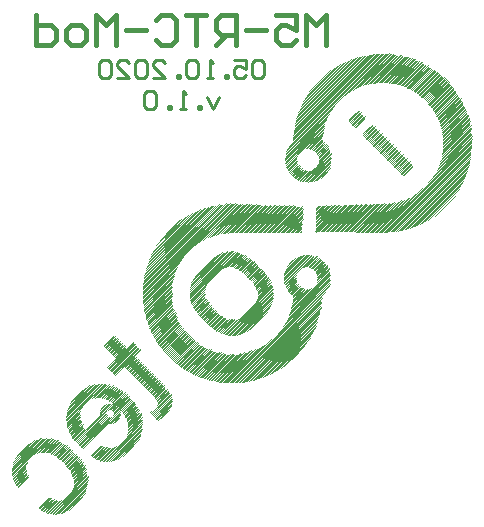
<source format=gbo>
G04*
G04 #@! TF.GenerationSoftware,Altium Limited,Altium Designer,19.1.9 (167)*
G04*
G04 Layer_Color=32896*
%FSLAX44Y44*%
%MOMM*%
G71*
G01*
G75*
%ADD10C,0.2540*%
%ADD60C,0.0762*%
%ADD61C,0.3810*%
D10*
X278894Y403857D02*
X273816Y393700D01*
X268737Y403857D01*
X263659Y393700D02*
Y396239D01*
X261120D01*
Y393700D01*
X263659D01*
X250963D02*
X245885D01*
X248424D01*
Y408935D01*
X250963Y406396D01*
X238267Y393700D02*
Y396239D01*
X235728D01*
Y393700D01*
X238267D01*
X225571Y406396D02*
X223032Y408935D01*
X217954D01*
X215415Y406396D01*
Y396239D01*
X217954Y393700D01*
X223032D01*
X225571Y396239D01*
Y406396D01*
X316982Y433066D02*
X314443Y435605D01*
X309364D01*
X306825Y433066D01*
Y422909D01*
X309364Y420370D01*
X314443D01*
X316982Y422909D01*
Y433066D01*
X291590Y435605D02*
X301747D01*
Y427988D01*
X296668Y430527D01*
X294129D01*
X291590Y427988D01*
Y422909D01*
X294129Y420370D01*
X299207D01*
X301747Y422909D01*
X286511Y420370D02*
Y422909D01*
X283972D01*
Y420370D01*
X286511D01*
X273816D02*
X268737D01*
X271276D01*
Y435605D01*
X273816Y433066D01*
X261120D02*
X258581Y435605D01*
X253502D01*
X250963Y433066D01*
Y422909D01*
X253502Y420370D01*
X258581D01*
X261120Y422909D01*
Y433066D01*
X245885Y420370D02*
Y422909D01*
X243346D01*
Y420370D01*
X245885D01*
X223032D02*
X233189D01*
X223032Y430527D01*
Y433066D01*
X225571Y435605D01*
X230650D01*
X233189Y433066D01*
X217954D02*
X215415Y435605D01*
X210336D01*
X207797Y433066D01*
Y422909D01*
X210336Y420370D01*
X215415D01*
X217954Y422909D01*
Y433066D01*
X192562Y420370D02*
X202719D01*
X192562Y430527D01*
Y433066D01*
X195101Y435605D01*
X200180D01*
X202719Y433066D01*
X187484D02*
X184944Y435605D01*
X179866D01*
X177327Y433066D01*
Y422909D01*
X179866Y420370D01*
X184944D01*
X187484Y422909D01*
Y433066D01*
D60*
X185607Y174516D02*
X207160Y196069D01*
X219552Y265576D02*
X263196Y309220D01*
X261041Y220854D02*
X270740Y230553D01*
X300913Y289823D02*
X324082Y312992D01*
X214703Y232708D02*
X245415Y263421D01*
X334859Y352864D02*
X372576Y390581D01*
X392512Y410517D02*
X423224Y441230D01*
X289060Y162662D02*
X372576Y246178D01*
X416220Y289823D02*
X493270Y366873D01*
X468485Y371184D02*
X488960Y391659D01*
X185068Y175055D02*
X206621Y196607D01*
X184529Y175594D02*
X206082Y197146D01*
X190995Y169128D02*
X212548Y190681D01*
X190456Y169667D02*
X212009Y191219D01*
X189918Y170205D02*
X211470Y191758D01*
X189379Y170744D02*
X210931Y192297D01*
X188840Y171283D02*
X210392Y192836D01*
X188301Y171822D02*
X209854Y193375D01*
X187762Y172361D02*
X209315Y193913D01*
X187223Y172900D02*
X208776Y194452D01*
X186685Y173438D02*
X208237Y194991D01*
X186146Y173977D02*
X207698Y195530D01*
X226557Y131411D02*
X239489Y144342D01*
X226018Y131950D02*
X239489Y145420D01*
X225479Y132488D02*
X239489Y146498D01*
X224940Y133027D02*
X239489Y147575D01*
X224402Y133566D02*
X239489Y148653D01*
X223863Y134105D02*
X239489Y149731D01*
X223324Y134644D02*
X239489Y150808D01*
X222785Y135183D02*
X238950Y151347D01*
X222246Y135721D02*
X238950Y152425D01*
X221708Y136260D02*
X238411Y152963D01*
X221169Y136799D02*
X237333Y152963D01*
X220091Y267192D02*
X261580Y308681D01*
X221169Y269347D02*
X259425Y307603D01*
X221708Y270964D02*
X257269Y306526D01*
X223324Y273658D02*
X255114Y305448D01*
X214703Y233786D02*
X247571Y266653D01*
X335398Y354480D02*
X374731Y393814D01*
X389279Y408362D02*
X422147Y441230D01*
X214703Y234863D02*
X249187Y269347D01*
X335398Y355558D02*
X376886Y397047D01*
X386046Y406207D02*
X421069Y441230D01*
X214703Y235941D02*
X292831Y314069D01*
X335398Y356636D02*
X419992Y441230D01*
X214703Y237019D02*
X291754Y314069D01*
X335936Y358252D02*
X418914Y441230D01*
X214703Y238096D02*
X290676Y314069D01*
X336475Y359869D02*
X417836Y441230D01*
X214703Y239174D02*
X289598Y314069D01*
X338092Y362563D02*
X416759Y441230D01*
X214703Y240252D02*
X288521Y314069D01*
X341863Y367412D02*
X415681Y441230D01*
X214703Y241329D02*
X287443Y314069D01*
X341863Y368490D02*
X414604Y441230D01*
X214703Y242407D02*
X286365Y314069D01*
X341863Y369567D02*
X413526Y441230D01*
X214703Y243484D02*
X285288Y314069D01*
X341863Y370645D02*
X412448Y441230D01*
X214703Y244562D02*
X283671Y313530D01*
X341863Y371722D02*
X411371Y441230D01*
X214703Y245640D02*
X282594Y313530D01*
X342402Y373339D02*
X410293Y441230D01*
X214703Y246717D02*
X281516Y313530D01*
X342402Y374417D02*
X408676Y440691D01*
X215242Y248334D02*
X280438Y313530D01*
X342402Y375494D02*
X407599Y440691D01*
X215242Y249411D02*
X279361Y313530D01*
X342402Y376572D02*
X406521Y440691D01*
X215781Y251028D02*
X277744Y312992D01*
X342941Y378188D02*
X404905Y440152D01*
X215781Y252106D02*
X276667Y312992D01*
X342941Y379266D02*
X403827Y440152D01*
X215781Y253183D02*
X275050Y312453D01*
X343480Y380882D02*
X402211Y439613D01*
X216319Y254799D02*
X273973Y312453D01*
X343480Y381960D02*
X401133Y439613D01*
X216858Y256416D02*
X272356Y311914D01*
X216858Y257494D02*
X270740Y311375D01*
X217397Y259110D02*
X269662Y311375D01*
X217936Y260727D02*
X268046Y310836D01*
X218475Y262343D02*
X266429Y310298D01*
X219014Y263959D02*
X264813Y309759D01*
X299836Y289823D02*
X323005Y312992D01*
X298758Y289823D02*
X321927Y312992D01*
X425380Y416444D02*
X445316Y436380D01*
X297680Y289823D02*
X320850Y312992D01*
X424302Y416444D02*
X444238Y436380D01*
X296603Y289823D02*
X319772Y312992D01*
X423224Y416444D02*
X443699Y436919D01*
X295525Y289823D02*
X318694Y312992D01*
X422686Y416983D02*
X442622Y436919D01*
X294448Y289823D02*
X317617Y312992D01*
X421608Y416983D02*
X442083Y437458D01*
X293370Y289823D02*
X316539Y312992D01*
X420530Y416983D02*
X441544Y437997D01*
X292292Y289823D02*
X315461Y312992D01*
X419453Y416983D02*
X440467Y437997D01*
X291215Y289823D02*
X314923Y313530D01*
X418375Y416983D02*
X439389Y437997D01*
X290137Y289823D02*
X313845Y313530D01*
X417298Y416983D02*
X438850Y438536D01*
X289060Y289823D02*
X312767Y313530D01*
X416220Y416983D02*
X437772Y438536D01*
X287982Y289823D02*
X311690Y313530D01*
X415142Y416983D02*
X437234Y439074D01*
X286365Y289284D02*
X310612Y313530D01*
X414065Y416983D02*
X436156Y439074D01*
X285827Y289823D02*
X309534Y313530D01*
X412987Y416983D02*
X435079Y439074D01*
X284210Y289284D02*
X308457Y313530D01*
X411371Y416444D02*
X434540Y439613D01*
X283132Y289284D02*
X307379Y313530D01*
X410293Y416444D02*
X433462Y439613D01*
X282055Y289284D02*
X306302Y313530D01*
X353717Y360946D02*
X366649Y373878D01*
X409215Y416444D02*
X432384Y439613D01*
X280438Y288745D02*
X305224Y313530D01*
X352640Y360946D02*
X366649Y374955D01*
X407599Y415905D02*
X431846Y440152D01*
X279361Y288745D02*
X304146Y313530D01*
X350484Y359869D02*
X367188Y376572D01*
X406521Y415905D02*
X430768Y440152D01*
X277744Y288206D02*
X303069Y313530D01*
X335936Y346398D02*
X367727Y378188D01*
X404905Y415367D02*
X429690Y440152D01*
X276128Y287667D02*
X301991Y313530D01*
X335398Y346937D02*
X367727Y379266D01*
X403288Y414828D02*
X429151Y440691D01*
X274512Y287129D02*
X300913Y313530D01*
X335398Y348015D02*
X368265Y380882D01*
X402211Y414828D02*
X428074Y440691D01*
X215242Y228936D02*
X241644Y255338D01*
X272895Y286590D02*
X299836Y313530D01*
X334859Y348553D02*
X368804Y382499D01*
X400594Y414289D02*
X426996Y440691D01*
X214703Y229475D02*
X242721Y257494D01*
X271279Y286051D02*
X298758Y313530D01*
X335398Y350170D02*
X369882Y384654D01*
X398439Y413211D02*
X425919Y440691D01*
X214703Y230553D02*
X243260Y259110D01*
X269662Y285512D02*
X297680Y313530D01*
X334859Y350709D02*
X370421Y386270D01*
X396823Y412673D02*
X425380Y441230D01*
X214703Y231630D02*
X244338Y261265D01*
X334859Y351786D02*
X371498Y388426D01*
X394667Y411595D02*
X424302Y441230D01*
X321388Y289823D02*
X344019Y312453D01*
X320311Y289823D02*
X342941Y312453D01*
X319233Y289823D02*
X341863Y312453D01*
X318155Y289823D02*
X340786Y312453D01*
X317078Y289823D02*
X339708Y312453D01*
X316000Y289823D02*
X338630Y312453D01*
X314923Y289823D02*
X337553Y312453D01*
X255653Y231630D02*
X268046Y244023D01*
X313845Y289823D02*
X336475Y312453D01*
X255114Y232169D02*
X268584Y245640D01*
X312767Y289823D02*
X335398Y312453D01*
X254575Y232708D02*
X294986Y273119D01*
X311690Y289823D02*
X334320Y312453D01*
X354256Y332389D02*
X374192Y352325D01*
X254575Y233786D02*
X293909Y273119D01*
X310612Y289823D02*
X333242Y312453D01*
X353717Y332928D02*
X374192Y353403D01*
X254575Y234863D02*
X293370Y273658D01*
X309534Y289823D02*
X332165Y312453D01*
X352640Y332928D02*
X374192Y354480D01*
X254037Y235402D02*
X291754Y273119D01*
X308457Y289823D02*
X331087Y312453D01*
X351562Y332928D02*
X374192Y355558D01*
X254037Y236480D02*
X291215Y273658D01*
X307379Y289823D02*
X330009Y312453D01*
X350484Y332928D02*
X373653Y356097D01*
X254037Y237557D02*
X290137Y273658D01*
X306302Y289823D02*
X328932Y312453D01*
X349407Y332928D02*
X373653Y357174D01*
X254037Y238635D02*
X289060Y273658D01*
X305224Y289823D02*
X327854Y312453D01*
X361800Y346398D02*
X373115Y357713D01*
X254037Y239713D02*
X287982Y273658D01*
X304146Y289823D02*
X326777Y312453D01*
X363416Y349092D02*
X373115Y358791D01*
X254575Y241329D02*
X286904Y273658D01*
X303069Y289823D02*
X325699Y312453D01*
X254037Y241868D02*
X285827Y273658D01*
X301991Y289823D02*
X325160Y312992D01*
X271817Y210078D02*
X281516Y219776D01*
X271279Y210617D02*
X280438Y219776D01*
X270740Y211155D02*
X279900Y220315D01*
X270201Y211694D02*
X279361Y220854D01*
X269662Y212233D02*
X278822Y221393D01*
X269123Y212772D02*
X278283Y221932D01*
X268584Y213311D02*
X277206Y221932D01*
X268046Y213850D02*
X276667Y222471D01*
X267507Y214388D02*
X276128Y223009D01*
X266968Y214927D02*
X275589Y223548D01*
X266429Y215466D02*
X275050Y224087D01*
X265890Y216005D02*
X274512Y224626D01*
X265352Y216544D02*
X273973Y225165D01*
X264813Y217083D02*
X273434Y225704D01*
X264274Y217621D02*
X273434Y226781D01*
X263735Y218160D02*
X272895Y227320D01*
X263196Y218699D02*
X272356Y227859D01*
X262658Y219238D02*
X271817Y228398D01*
X262119Y219776D02*
X271279Y228936D01*
X261580Y220315D02*
X270740Y229475D01*
X468485Y372261D02*
X488421Y392197D01*
X467946Y372800D02*
X487882Y392736D01*
X293909Y203073D02*
X324621Y233786D01*
X351023Y260188D02*
X360722Y269886D01*
X292831Y203073D02*
X324621Y234863D01*
X349946Y260188D02*
X359644Y269886D01*
X291754Y203073D02*
X324621Y235941D01*
X334859Y246178D02*
X359105Y270425D01*
X290676Y203073D02*
X325160Y237557D01*
X334320Y246717D02*
X358028Y270425D01*
X289598Y203073D02*
X324621Y238096D01*
X334320Y247795D02*
X357489Y270964D01*
X288521Y203073D02*
X324621Y239174D01*
X334320Y248873D02*
X356411Y270964D01*
X287443Y203073D02*
X324621Y240252D01*
X334320Y249950D02*
X355334Y270964D01*
X286365Y203073D02*
X324621Y241329D01*
X334320Y251028D02*
X354256Y270964D01*
X285827Y203612D02*
X324621Y242407D01*
X334320Y252106D02*
X353178Y270964D01*
X284749Y203612D02*
X324082Y242946D01*
X334320Y253183D02*
X352101Y270964D01*
X283671Y203612D02*
X324082Y244023D01*
X334320Y254261D02*
X351023Y270964D01*
X283132Y204151D02*
X296064Y217083D01*
X334320Y255338D02*
X349407Y270425D01*
X282055Y204151D02*
X294448Y216544D01*
X334859Y256955D02*
X348329Y270425D01*
X335398Y258571D02*
X346713Y269886D01*
X336475Y260727D02*
X344557Y268809D01*
X287982Y162662D02*
X373115Y247795D01*
X415142Y289823D02*
X493270Y367951D01*
X286904Y162662D02*
X324082Y199840D01*
X328932Y204690D02*
X373115Y248873D01*
X414065Y289823D02*
X451243Y327001D01*
X456092Y331850D02*
X493270Y369028D01*
X285827Y162662D02*
X318155Y194991D01*
X333242Y210078D02*
X373115Y249950D01*
X412987Y289823D02*
X445855Y322690D01*
X460403Y337238D02*
X493270Y370106D01*
X284749Y162662D02*
X316000Y193913D01*
X334859Y212772D02*
X373115Y251028D01*
X411909Y289823D02*
X443699Y321613D01*
X461480Y339394D02*
X493270Y371184D01*
X283671Y162662D02*
X313306Y192297D01*
X336475Y215466D02*
X373115Y252106D01*
X410832Y289823D02*
X440467Y319457D01*
X463636Y342626D02*
X492732Y371722D01*
X283132Y163201D02*
X311690Y191758D01*
X337014Y217083D02*
X373115Y253183D01*
X409754Y289823D02*
X438850Y318919D01*
X464174Y344243D02*
X492732Y372800D01*
X282055Y163201D02*
X309534Y190681D01*
X338092Y219238D02*
X373115Y254261D01*
X408676Y289823D02*
X436695Y317841D01*
X465252Y346398D02*
X492732Y373878D01*
X280977Y163201D02*
X307918Y190142D01*
X338630Y220854D02*
X373115Y255338D01*
X407599Y289823D02*
X435079Y317302D01*
X465791Y348015D02*
X492732Y374955D01*
X339169Y222471D02*
X373115Y256416D01*
X406521Y289823D02*
X433462Y316763D01*
X466330Y349631D02*
X492732Y376033D01*
X339708Y224087D02*
X372576Y256955D01*
X405444Y289823D02*
X431846Y316224D01*
X466869Y351247D02*
X492732Y377111D01*
X361800Y247256D02*
X372037Y257494D01*
X404366Y289823D02*
X430229Y315686D01*
X467407Y352864D02*
X492193Y377649D01*
X362338Y248873D02*
X372037Y258571D01*
X403288Y289823D02*
X429151Y315686D01*
X467407Y353942D02*
X492193Y378727D01*
X402211Y289823D02*
X427535Y315147D01*
X467946Y355558D02*
X491654Y379266D01*
X401133Y289823D02*
X426457Y315147D01*
X467946Y356636D02*
X492193Y380882D01*
X400055Y289823D02*
X424841Y314608D01*
X468485Y358252D02*
X491654Y381421D01*
X398978Y289823D02*
X423763Y314608D01*
X468485Y359330D02*
X491654Y382499D01*
X397900Y289823D02*
X422686Y314608D01*
X468485Y360407D02*
X491115Y383038D01*
X396823Y289823D02*
X421608Y314608D01*
X468485Y361485D02*
X491115Y384115D01*
X395745Y289823D02*
X420530Y314608D01*
X469024Y363101D02*
X491115Y385193D01*
X394667Y289823D02*
X418914Y314069D01*
X469024Y364179D02*
X490576Y385732D01*
X394128Y290361D02*
X417836Y314069D01*
X469024Y365257D02*
X490576Y386809D01*
X393051Y290361D02*
X416759Y314069D01*
X469024Y366334D02*
X490038Y387348D01*
X391973Y290361D02*
X415681Y314069D01*
X469024Y367412D02*
X490038Y388426D01*
X390896Y290361D02*
X414604Y314069D01*
X469024Y368490D02*
X489499Y388965D01*
X389818Y290361D02*
X413526Y314069D01*
X468485Y369028D02*
X489499Y390042D01*
X388740Y290361D02*
X412448Y314069D01*
X468485Y370106D02*
X488960Y390581D01*
X323544Y170205D02*
X358567Y205229D01*
X321927Y169667D02*
X359105Y206845D01*
X319772Y168589D02*
X360183Y209000D01*
X318155Y168050D02*
X360722Y210617D01*
X316000Y166973D02*
X361261Y212233D01*
X314923Y166973D02*
X361800Y213850D01*
X312767Y165895D02*
X362338Y215466D01*
X311690Y165895D02*
X362877Y217083D01*
X310073Y165356D02*
X363416Y218699D01*
X308457Y164817D02*
X363955Y220315D01*
X307379Y164817D02*
X363955Y221393D01*
X434001Y291439D02*
X491654Y349092D01*
X305763Y164279D02*
X364494Y223009D01*
X432923Y291439D02*
X491654Y350170D01*
X304146Y163740D02*
X364494Y224087D01*
X431846Y291439D02*
X491654Y351247D01*
X303069Y163740D02*
X365032Y225704D01*
X430229Y290900D02*
X492193Y352864D01*
X301991Y163740D02*
X365032Y226781D01*
X429151Y290900D02*
X492732Y354480D01*
X300375Y163201D02*
X365032Y227859D01*
X427535Y290361D02*
X492732Y355558D01*
X299297Y163201D02*
X365571Y229475D01*
X426457Y290361D02*
X492732Y356636D01*
X298219Y163201D02*
X365571Y230553D01*
X425380Y290361D02*
X492732Y357713D01*
X296603Y162662D02*
X365571Y231630D01*
X424302Y290361D02*
X492732Y358791D01*
X295525Y162662D02*
X365571Y232708D01*
X423224Y290361D02*
X492732Y359869D01*
X294448Y162662D02*
X366110Y234325D01*
X421608Y289823D02*
X493270Y361485D01*
X293370Y162662D02*
X366110Y235402D01*
X420530Y289823D02*
X493270Y362563D01*
X292292Y162662D02*
X369882Y240252D01*
X419453Y289823D02*
X493270Y363640D01*
X291215Y162662D02*
X371498Y242946D01*
X418375Y289823D02*
X493270Y364718D01*
X290137Y162662D02*
X372037Y244562D01*
X417298Y289823D02*
X493270Y365796D01*
X153817Y85611D02*
X163515Y95310D01*
X140885Y100698D02*
X150045Y109858D01*
X104785Y93694D02*
X125798Y114707D01*
X152200Y54899D02*
X164054Y66753D01*
X200694Y132488D02*
X209854Y141648D01*
X155433Y115246D02*
X164593Y124406D01*
X187223Y147037D02*
X196383Y156196D01*
X150584Y139493D02*
X172136Y161046D01*
X197461Y100160D02*
X209854Y112552D01*
X229790Y132488D02*
X237333Y140032D01*
X245415Y177210D02*
X263196Y194991D01*
X231406Y191219D02*
X248648Y208461D01*
X220091Y209000D02*
X240027Y228936D01*
X264274Y166973D02*
X284749Y187448D01*
X310612Y242407D02*
X320311Y252106D01*
X297680Y257494D02*
X306840Y266653D01*
X254575Y243484D02*
X284210Y273119D01*
X265352Y283357D02*
X295525Y313530D01*
X326238Y171822D02*
X356950Y202534D01*
X305224Y207923D02*
X320311Y223009D01*
X360722Y292517D02*
X380658Y312453D01*
X330009Y289823D02*
X349946Y309759D01*
X345635Y334544D02*
X353178Y342088D01*
X356950Y259649D02*
X365032Y267731D01*
X387663Y290361D02*
X411371Y314069D01*
X346713Y392736D02*
X390357Y436380D01*
X453398Y298982D02*
X484111Y329695D01*
X460942Y392736D02*
X478722Y410517D01*
X447471Y407284D02*
X465252Y425065D01*
X426996Y415905D02*
X446932Y435841D01*
X104785Y94771D02*
X124182Y114169D01*
X105323Y96388D02*
X122565Y113630D01*
X106401Y98543D02*
X119871Y112014D01*
X108018Y101237D02*
X117716Y110936D01*
X139808Y100698D02*
X149506Y110397D01*
X139269Y101237D02*
X148429Y110397D01*
X138730Y101776D02*
X147890Y110936D01*
X138191Y102315D02*
X147351Y111475D01*
X109095Y74296D02*
X117716Y82917D01*
X137114Y102315D02*
X146273Y111475D01*
X108556Y74835D02*
X117177Y83456D01*
X136575Y102854D02*
X145735Y112014D01*
X108018Y75374D02*
X117177Y84534D01*
X136036Y103392D02*
X145196Y112552D01*
X107479Y75913D02*
X116639Y85073D01*
X134958Y103392D02*
X144657Y113091D01*
X106940Y76452D02*
X116100Y85611D01*
X133881Y103392D02*
X143579Y113091D01*
X106401Y76990D02*
X115561Y86150D01*
X133342Y103931D02*
X143041Y113630D01*
X105862Y77529D02*
X115561Y87228D01*
X132264Y103931D02*
X141963Y113630D01*
X105862Y78607D02*
X115561Y88306D01*
X131187Y103931D02*
X141424Y114169D01*
X105323Y79146D02*
X115022Y88844D01*
X130109Y103931D02*
X140885Y114707D01*
X105323Y80223D02*
X115022Y89922D01*
X129031Y103931D02*
X139808Y114707D01*
X104785Y80762D02*
X115561Y91538D01*
X127954Y103931D02*
X138730Y114707D01*
X104246Y81301D02*
X115561Y92616D01*
X126337Y103392D02*
X138191Y115246D01*
X104785Y82917D02*
X116100Y94233D01*
X124721Y102854D02*
X137114Y115246D01*
X104246Y83456D02*
X117177Y96388D01*
X103707Y83995D02*
X134958Y115246D01*
X103707Y85073D02*
X133881Y115246D01*
X103707Y86150D02*
X132803Y115246D01*
X103707Y87228D02*
X131725Y115246D01*
X103707Y88306D02*
X130648Y115246D01*
X103707Y89383D02*
X129570Y115246D01*
X103707Y90461D02*
X128492Y115246D01*
X104246Y92077D02*
X127415Y115246D01*
X153817Y86689D02*
X162977Y95849D01*
X153278Y87228D02*
X162977Y96927D01*
X153278Y88306D02*
X162438Y97465D01*
X152739Y88844D02*
X161899Y98004D01*
X152200Y89383D02*
X161360Y98543D01*
X151662Y89922D02*
X160821Y99082D01*
X151123Y90461D02*
X160283Y99621D01*
X150584Y91000D02*
X159744Y100160D01*
X150045Y91538D02*
X159205Y100698D01*
X149506Y92077D02*
X158666Y101237D01*
X149506Y93155D02*
X158127Y101776D01*
X148968Y93694D02*
X157589Y102315D01*
X148429Y94233D02*
X157050Y102854D01*
X147890Y94771D02*
X156511Y103392D01*
X147351Y95310D02*
X155972Y103931D01*
X146812Y95849D02*
X155433Y104470D01*
X146273Y96388D02*
X154895Y105009D01*
X145735Y96927D02*
X154356Y105548D01*
X145196Y97465D02*
X153817Y106087D01*
X144118Y97465D02*
X153278Y106625D01*
X143579Y98004D02*
X152739Y107164D01*
X143041Y98543D02*
X152200Y107703D01*
X142502Y99082D02*
X151662Y108242D01*
X141963Y99621D02*
X151123Y108781D01*
X141424Y100160D02*
X150584Y109319D01*
Y54360D02*
X165132Y68908D01*
X147890Y52744D02*
X166210Y71063D01*
X146273Y52205D02*
X166210Y72141D01*
X145196Y52205D02*
X167287Y74296D01*
X143579Y51666D02*
X167287Y75374D01*
X142502Y51666D02*
X167826Y76990D01*
X140885Y51127D02*
X167287Y77529D01*
X139808Y51127D02*
X167826Y79146D01*
X138730Y51127D02*
X167826Y80223D01*
X138191Y51666D02*
X167826Y81301D01*
X137114Y51666D02*
X167826Y82379D01*
X136036Y51666D02*
X167826Y83456D01*
X135497Y52205D02*
X147351Y64059D01*
X134419Y52205D02*
X145735Y63520D01*
X155433Y73219D02*
X167287Y85073D01*
X133342Y52205D02*
X144118Y62981D01*
X155972Y74835D02*
X167287Y86150D01*
X132803Y52744D02*
X143041Y62981D01*
X155972Y75913D02*
X166748Y86689D01*
X132264Y53283D02*
X141963Y62981D01*
X155972Y76990D02*
X166748Y87767D01*
X131187Y53283D02*
X140885Y62981D01*
X156511Y78607D02*
X166748Y88844D01*
X130648Y53821D02*
X139808Y62981D01*
X155972Y79146D02*
X166210Y89383D01*
X129570Y53821D02*
X139269Y63520D01*
X155972Y80223D02*
X165671Y89922D01*
X129031Y54360D02*
X138191Y63520D01*
X155972Y81301D02*
X165671Y91000D01*
X128492Y54899D02*
X137652Y64059D01*
X155433Y81840D02*
X165671Y92077D01*
X127954Y55438D02*
X137114Y64598D01*
X155433Y82917D02*
X165132Y92616D01*
X127415Y55977D02*
X136575Y65136D01*
X154895Y83456D02*
X164593Y93155D01*
X126876Y56515D02*
X135497Y65136D01*
X154895Y84534D02*
X164054Y93694D01*
X126337Y57054D02*
X134958Y65675D01*
X154356Y85073D02*
X163515Y94233D01*
X151123Y141110D02*
X170520Y160507D01*
X151662Y142726D02*
X168904Y159968D01*
X152739Y144881D02*
X166748Y158890D01*
X153817Y147037D02*
X164054Y157274D01*
X154895Y115785D02*
X164054Y124945D01*
X186146Y147037D02*
X195306Y156196D01*
X154356Y116324D02*
X164054Y126023D01*
X185607Y147575D02*
X194767Y156735D01*
X154356Y117402D02*
X163515Y126561D01*
X185068Y148114D02*
X194228Y157274D01*
X153817Y117940D02*
X163515Y127639D01*
X184529Y148653D02*
X193689Y157813D01*
X153278Y118479D02*
X162977Y128178D01*
X183452Y148653D02*
X193150Y158352D01*
X153278Y119557D02*
X162438Y128717D01*
X182913Y149192D02*
X192073Y158352D01*
X152739Y120096D02*
X162438Y129794D01*
X181835Y149192D02*
X191534Y158890D01*
X152200Y120634D02*
X161899Y130333D01*
X181296Y149731D02*
X190456Y158890D01*
X151662Y121173D02*
X161899Y131411D01*
X180219Y149731D02*
X189918Y159429D01*
X151662Y122251D02*
X161360Y131950D01*
X179680Y150269D02*
X189379Y159968D01*
X151662Y123329D02*
X161360Y133027D01*
X178602Y150269D02*
X188840Y160507D01*
X151123Y123867D02*
X161360Y134105D01*
X177525Y150269D02*
X187762Y160507D01*
X150584Y124406D02*
X161360Y135183D01*
X176447Y150269D02*
X186685Y160507D01*
X150584Y125484D02*
X161360Y136260D01*
X175369Y150269D02*
X186146Y161046D01*
X150584Y126561D02*
X161360Y137338D01*
X173753Y149731D02*
X185607Y161584D01*
X150045Y127100D02*
X161899Y138954D01*
X173214Y150269D02*
X183990Y161046D01*
X150045Y128178D02*
X162438Y140571D01*
X171059Y149192D02*
X183452Y161584D01*
X150045Y129256D02*
X163515Y142726D01*
X168365Y147575D02*
X182374Y161584D01*
X150045Y130333D02*
X181296Y161584D01*
X149506Y130872D02*
X180758Y162123D01*
X149506Y131950D02*
X179680Y162123D01*
X149506Y133027D02*
X178602Y162123D01*
X149506Y134105D02*
X177525Y162123D01*
X150045Y135721D02*
X175908Y161584D01*
X150045Y136799D02*
X174831Y161584D01*
X150045Y137877D02*
X173214Y161046D01*
X200155Y133027D02*
X209315Y142187D01*
X199616Y133566D02*
X208776Y142726D01*
X199077Y134105D02*
X208776Y143804D01*
X199077Y135183D02*
X208237Y144342D01*
X198538Y135721D02*
X207698Y144881D01*
X198000Y136260D02*
X207160Y145420D01*
X198000Y137338D02*
X206621Y145959D01*
X197461Y137877D02*
X206621Y147037D01*
X196922Y138415D02*
X206082Y147575D01*
X196383Y138954D02*
X205543Y148114D01*
X163515Y107164D02*
X195306Y138954D01*
X195844Y139493D02*
X205004Y148653D01*
X162977Y107703D02*
X194767Y139493D01*
X195306Y140032D02*
X204466Y149192D01*
X162438Y108242D02*
X188301Y134105D01*
X189379Y135183D02*
X203927Y149731D01*
X161899Y108781D02*
X186685Y133566D01*
X189918Y136799D02*
X203388Y150269D01*
X161360Y109319D02*
X185607Y133566D01*
X189918Y137877D02*
X202849Y150808D01*
X160821Y109858D02*
X185068Y134105D01*
X189379Y138415D02*
X202310Y151347D01*
X160283Y110397D02*
X184529Y134644D01*
X188840Y138954D02*
X201771Y151886D01*
X159744Y110936D02*
X183990Y135183D01*
X192612Y143804D02*
X201233Y152425D01*
X159205Y111475D02*
X183452Y135721D01*
X187762Y140032D02*
X200694Y152963D01*
X158666Y112014D02*
X183452Y136799D01*
X186685Y140032D02*
X200155Y153502D01*
X158127Y112552D02*
X184529Y138954D01*
X185068Y139493D02*
X199616Y154041D01*
X157589Y113091D02*
X189379Y144881D01*
X189918Y145420D02*
X199077Y154580D01*
X157050Y113630D02*
X188840Y145420D01*
X189379Y145959D02*
X198000Y154580D01*
X156511Y114169D02*
X165671Y123329D01*
X188301Y145959D02*
X197461Y155119D01*
X155972Y114707D02*
X165132Y123867D01*
X187762Y146498D02*
X196922Y155658D01*
X195306Y99082D02*
X210931Y114707D01*
X227096Y130872D02*
X238411Y142187D01*
X193150Y98004D02*
X212009Y116863D01*
X191534Y97465D02*
X212548Y118479D01*
X189918Y96927D02*
X213086Y120096D01*
X188840Y96927D02*
X213086Y121173D01*
X187223Y96388D02*
X213625Y122790D01*
X186146Y96388D02*
X213625Y123867D01*
X184529Y95849D02*
X214164Y125484D01*
X183452Y95849D02*
X214164Y126561D01*
X182913Y96388D02*
X214164Y127639D01*
X181835Y96388D02*
X214164Y128717D01*
X180758Y96388D02*
X213625Y129256D01*
X180219Y96927D02*
X192612Y109319D01*
X200694Y117402D02*
X213625Y130333D01*
X178602Y96388D02*
X190995Y108781D01*
X201233Y119018D02*
X213625Y131411D01*
X178064Y96927D02*
X188840Y107703D01*
X201771Y120634D02*
X213086Y131950D01*
X177525Y97465D02*
X187762Y107703D01*
X202310Y122251D02*
X213625Y133566D01*
X176447Y97465D02*
X186685Y107703D01*
X202310Y123329D02*
X213086Y134105D01*
X175369Y97465D02*
X185607Y107703D01*
X202310Y124406D02*
X212548Y134644D01*
X174831Y98004D02*
X184529Y107703D01*
X202310Y125484D02*
X212548Y135721D01*
X174292Y98543D02*
X183990Y108242D01*
X202310Y126561D02*
X212548Y136799D01*
X173753Y99082D02*
X182913Y108242D01*
X202310Y127639D02*
X212009Y137338D01*
X173214Y99621D02*
X182374Y108781D01*
X201771Y128178D02*
X211470Y137877D01*
X172136Y99621D02*
X181296Y108781D01*
X201771Y129256D02*
X211470Y138954D01*
X171598Y100160D02*
X180758Y109319D01*
X201233Y129794D02*
X210931Y139493D01*
X171059Y100698D02*
X180219Y109858D01*
X200694Y130333D02*
X210931Y140571D01*
X170520Y101237D02*
X179141Y109858D01*
X200694Y131411D02*
X210392Y141110D01*
X220091Y210078D02*
X239489Y229475D01*
X219552Y210617D02*
X239489Y230553D01*
X219552Y211694D02*
X238950Y231092D01*
X219014Y212233D02*
X238950Y232169D01*
X218475Y212772D02*
X238950Y233247D01*
X218475Y213850D02*
X238950Y234325D01*
X218475Y214927D02*
X238950Y235402D01*
X217936Y215466D02*
X238950Y236480D01*
X217397Y216005D02*
X238950Y237557D01*
X217397Y217083D02*
X238950Y238635D01*
X217397Y218160D02*
X238950Y239713D01*
X216858Y218699D02*
X238950Y240790D01*
X216858Y219776D02*
X238950Y241868D01*
X216858Y220854D02*
X238950Y242946D01*
X216319Y221393D02*
X238950Y244023D01*
X216319Y222471D02*
X238950Y245101D01*
X215781Y223009D02*
X239489Y246717D01*
X215781Y224087D02*
X240027Y248334D01*
X215242Y224626D02*
X240027Y249411D01*
X215781Y226242D02*
X240027Y250489D01*
X215242Y226781D02*
X241105Y252644D01*
X215242Y227859D02*
X241105Y253722D01*
X230867Y191758D02*
X248109Y209000D01*
X230329Y192297D02*
X247571Y209539D01*
X229790Y192836D02*
X247032Y210078D01*
X229251Y193375D02*
X246493Y210617D01*
X228712Y193913D02*
X246493Y211694D01*
X228173Y194452D02*
X245954Y212233D01*
X227635Y194991D02*
X245954Y213311D01*
X227096Y195530D02*
X245415Y213850D01*
X227096Y196607D02*
X244877Y214388D01*
X226557Y197146D02*
X244338Y214927D01*
X226018Y197685D02*
X244338Y216005D01*
X226018Y198763D02*
X243799Y216544D01*
X225479Y199302D02*
X243260Y217083D01*
X224940Y199840D02*
X243260Y218160D01*
X224402Y200379D02*
X242721Y218699D01*
X223863Y200918D02*
X242183Y219238D01*
X223863Y201996D02*
X242183Y220315D01*
X223324Y202534D02*
X242183Y221393D01*
X222785Y203073D02*
X241644Y221932D01*
X222785Y204151D02*
X241105Y222471D01*
X222246Y204690D02*
X241105Y223548D01*
X221708Y205229D02*
X240566Y224087D01*
X221708Y206306D02*
X240566Y225165D01*
X221169Y206845D02*
X240027Y225704D01*
X221169Y207923D02*
X240027Y226781D01*
X220630Y208461D02*
X240027Y227859D01*
X244877Y177749D02*
X262119Y194991D01*
X244338Y178288D02*
X261580Y195530D01*
X243799Y178827D02*
X261041Y196069D01*
X243260Y179365D02*
X260502Y196607D01*
X242183Y179365D02*
X259963Y197146D01*
X241644Y179904D02*
X259425Y197685D01*
X241105Y180443D02*
X258886Y198224D01*
X240566Y180982D02*
X257808Y198224D01*
X240027Y181521D02*
X257269Y198763D01*
X239489Y182059D02*
X256731Y199302D01*
X238950Y182598D02*
X256192Y199840D01*
X238411Y183137D02*
X255653Y200379D01*
X237872Y183676D02*
X255114Y200918D01*
X237333Y184215D02*
X254575Y201457D01*
X236794Y184754D02*
X254037Y201996D01*
X236256Y185292D02*
X253498Y202534D01*
X235717Y185831D02*
X252959Y203073D01*
X235178Y186370D02*
X252420Y203612D01*
X234639Y186909D02*
X251881Y204151D01*
X234100Y187448D02*
X251342Y204690D01*
X233561Y187986D02*
X250804Y205229D01*
X233023Y188525D02*
X250265Y205767D01*
X232484Y189064D02*
X250265Y206845D01*
X231945Y189603D02*
X249726Y207384D01*
X231406Y190142D02*
X249187Y207923D01*
X263735Y167512D02*
X283671Y187448D01*
X262658Y167512D02*
X282594Y187448D01*
X262119Y168050D02*
X281516Y187448D01*
X261041Y168050D02*
X280977Y187986D01*
X260502Y168589D02*
X279900Y187986D01*
X259963Y169128D02*
X278822Y187986D01*
X258886Y169128D02*
X278283Y188525D01*
X258347Y169667D02*
X277206Y188525D01*
X257269Y169667D02*
X276667Y189064D01*
X256731Y170205D02*
X275589Y189064D01*
X256192Y170744D02*
X274512Y189064D01*
X255653Y171283D02*
X273973Y189603D01*
X254575Y171283D02*
X273434Y190142D01*
X254037Y171822D02*
X272356Y190142D01*
X252959Y171822D02*
X271817Y190681D01*
X252420Y172361D02*
X270740Y190681D01*
X251881Y172900D02*
X270201Y191219D01*
X251342Y173438D02*
X269662Y191758D01*
X250804Y173977D02*
X268584Y191758D01*
X249726Y173977D02*
X268046Y192297D01*
X249187Y174516D02*
X266968Y192297D01*
X248648Y175055D02*
X266429Y192836D01*
X248109Y175594D02*
X265890Y193375D01*
X247032Y175594D02*
X265352Y193913D01*
X246493Y176133D02*
X264274Y193913D01*
X245954Y176671D02*
X263735Y194452D01*
X279900Y163201D02*
X306302Y189603D01*
X278822Y163201D02*
X304685Y189064D01*
X278283Y163740D02*
X303069Y188525D01*
X277206Y163740D02*
X301991Y188525D01*
X276128Y163740D02*
X300375Y187986D01*
X275589Y164279D02*
X298758Y187448D01*
X274512Y164279D02*
X297680Y187448D01*
X273434Y164279D02*
X296603Y187448D01*
X272895Y164817D02*
X294986Y186909D01*
X271817Y164817D02*
X293909Y186909D01*
X270740Y164817D02*
X292831Y186909D01*
X270201Y165356D02*
X291754Y186909D01*
X269123Y165356D02*
X290676Y186909D01*
X268584Y165895D02*
X289598Y186909D01*
X267507Y165895D02*
X288521Y186909D01*
X266968Y166434D02*
X287443Y186909D01*
X265890Y166434D02*
X286365Y186909D01*
X265352Y166973D02*
X285288Y186909D01*
X224402Y275813D02*
X252959Y304371D01*
X226018Y278507D02*
X250265Y302754D01*
X228173Y281740D02*
X247032Y300599D01*
X228712Y283357D02*
X245415Y300060D01*
X262119Y281201D02*
X294986Y314069D01*
X258886Y279046D02*
X293909Y314069D01*
X255114Y245101D02*
X283132Y273119D01*
X255114Y246178D02*
X281516Y272581D01*
X255653Y247795D02*
X279900Y272042D01*
X256731Y249950D02*
X278283Y271503D01*
X258347Y252644D02*
X275589Y269886D01*
X267507Y284434D02*
X296603Y313530D01*
Y257494D02*
X306302Y267192D01*
X296064Y258032D02*
X305763Y267731D01*
X295525Y258571D02*
X304685Y267731D01*
X294986Y259110D02*
X304146Y268270D01*
X294448Y259649D02*
X303608Y268809D01*
X293370Y259649D02*
X302530Y268809D01*
X292292Y259649D02*
X301991Y269347D01*
X291754Y260188D02*
X301452Y269886D01*
X291215Y260727D02*
X300913Y270425D01*
X290137Y260727D02*
X300375Y270964D01*
X289060Y260727D02*
X299297Y270964D01*
X287982Y260727D02*
X298758Y271503D01*
X286904Y260727D02*
X297680Y271503D01*
X285288Y260188D02*
X297142Y272042D01*
X284210Y260188D02*
X296603Y272581D01*
X282055Y259110D02*
X295525Y272581D01*
X310612Y243484D02*
X319772Y252644D01*
X310073Y244023D02*
X319233Y253183D01*
X309534Y244562D02*
X319233Y254261D01*
X308996Y245101D02*
X318694Y254799D01*
X308996Y246178D02*
X318155Y255338D01*
X308457Y246717D02*
X317617Y255877D01*
X307918Y247256D02*
X317078Y256416D01*
X307379Y247795D02*
X316539Y256955D01*
X307379Y248873D02*
X316000Y257494D01*
X306302Y248873D02*
X315461Y258032D01*
X305763Y249411D02*
X314923Y258571D01*
X305224Y249950D02*
X314384Y259110D01*
X304685Y250489D02*
X313845Y259649D01*
X304146Y251028D02*
X313306Y260188D01*
X303608Y251567D02*
X312767Y260727D01*
X303069Y252106D02*
X312229Y261265D01*
X302530Y252644D02*
X311690Y261804D01*
X301991Y253183D02*
X311151Y262343D01*
X301452Y253722D02*
X310612Y262882D01*
X300913Y254261D02*
X310073Y263421D01*
X300375Y254799D02*
X309534Y263959D01*
X299836Y255338D02*
X308996Y264498D01*
X299836Y256416D02*
X308457Y265037D01*
X298758Y256416D02*
X307918Y265576D01*
X298219Y256955D02*
X307379Y266115D01*
X302530Y206306D02*
X321388Y225165D01*
X300375Y205229D02*
X323005Y227859D01*
X298219Y204151D02*
X323544Y229475D01*
X296603Y203612D02*
X324082Y231092D01*
X295525Y203612D02*
X324621Y232708D01*
X335398Y244562D02*
X344019Y253183D01*
X335398Y245640D02*
X344557Y254799D01*
X310612Y231630D02*
X324082Y245101D01*
X311151Y233247D02*
X323544Y245640D01*
X311690Y234863D02*
X323005Y246178D01*
X311690Y235941D02*
X323005Y247256D01*
X311690Y237019D02*
X322466Y247795D01*
X311690Y238096D02*
X322466Y248873D01*
X311690Y239174D02*
X321927Y249411D01*
X311690Y240252D02*
X321388Y249950D01*
X311151Y240790D02*
X320850Y250489D01*
X310612Y241329D02*
X320311Y251028D01*
X340247Y225704D02*
X357489Y242946D01*
X340247Y226781D02*
X355873Y242407D01*
X334320Y176671D02*
X352101Y194452D01*
X331626Y175055D02*
X353717Y197146D01*
X328393Y172900D02*
X355873Y200379D01*
X345096Y335083D02*
X352640Y342626D01*
X344557Y335622D02*
X351562Y342626D01*
X343480Y335622D02*
X351023Y343165D01*
X342941Y336161D02*
X349946Y343165D01*
X342402Y336699D02*
X349407Y343704D01*
X341863Y337238D02*
X348868Y344243D01*
X341325Y337777D02*
X348329Y344782D01*
X340786Y338316D02*
X347790Y345321D01*
X340247Y338855D02*
X347252Y345859D01*
X339708Y339394D02*
X346713Y346398D01*
X339169Y339932D02*
X346174Y346937D01*
X338630Y340471D02*
X346174Y348015D01*
X338092Y341010D02*
X345635Y348553D01*
X338092Y342088D02*
X345096Y349092D01*
X337553Y342626D02*
X345635Y350709D01*
X337014Y343165D02*
X345096Y351247D01*
X336475Y343704D02*
X345096Y352325D01*
X336475Y344782D02*
X345096Y353403D01*
X335936Y345321D02*
X345635Y355019D01*
X328932Y289823D02*
X349946Y310836D01*
X327854Y289823D02*
X349407Y311375D01*
X326777Y289823D02*
X348868Y311914D01*
X325699Y289823D02*
X347790Y311914D01*
X324621Y289823D02*
X346713Y311914D01*
X323544Y289823D02*
X345635Y311914D01*
X322466Y289823D02*
X344557Y311914D01*
X365032Y335622D02*
X370959Y341549D01*
X362338Y334005D02*
X372576Y344243D01*
X361261Y334005D02*
X373115Y345859D01*
X359105Y332928D02*
X373653Y347476D01*
X358028Y332928D02*
X374192Y349092D01*
X356950Y332928D02*
X374192Y350170D01*
X355873Y332928D02*
X374192Y351247D01*
X348868Y333467D02*
X359105Y343704D01*
X347790Y333467D02*
X356950Y342626D01*
X347252Y334005D02*
X355873Y342626D01*
X346174Y334005D02*
X354256Y342088D01*
X360722Y293594D02*
X379580Y312453D01*
X360722Y294672D02*
X378503Y312453D01*
X360722Y295749D02*
X377425Y312453D01*
X360722Y296827D02*
X376348Y312453D01*
X361261Y298444D02*
X375270Y312453D01*
X361261Y299521D02*
X374192Y312453D01*
X361261Y300599D02*
X373115Y312453D01*
X361261Y301677D02*
X372037Y312453D01*
X361261Y302754D02*
X370959Y312453D01*
X336475Y289823D02*
X349946Y303293D01*
X335398Y289823D02*
X349946Y304371D01*
X334320Y289823D02*
X349946Y305448D01*
X333242Y289823D02*
X349946Y306526D01*
X332165Y289823D02*
X349946Y307603D01*
X331087Y289823D02*
X349946Y308681D01*
X356411Y260188D02*
X363955Y267731D01*
X386585Y290361D02*
X410293Y314069D01*
X355334Y260188D02*
X363416Y268270D01*
X385507Y290361D02*
X408676Y313530D01*
X354795Y260727D02*
X362877Y268809D01*
X384430Y290361D02*
X407599Y313530D01*
X353717Y260727D02*
X362338Y269347D01*
X383352Y290361D02*
X406521Y313530D01*
X352640Y260727D02*
X361800Y269886D01*
X382275Y290361D02*
X405444Y313530D01*
X381197Y290361D02*
X404366Y313530D01*
X380119Y290361D02*
X403288Y313530D01*
X379042Y290361D02*
X402211Y313530D01*
X377964Y290361D02*
X401133Y313530D01*
X376886Y290361D02*
X400055Y313530D01*
X375809Y290361D02*
X398978Y313530D01*
X374731Y290361D02*
X397900Y313530D01*
X373653Y290361D02*
X396823Y313530D01*
X372576Y290361D02*
X395745Y313530D01*
X371498Y290361D02*
X394667Y313530D01*
X370421Y290361D02*
X393590Y313530D01*
X369343Y290361D02*
X392512Y313530D01*
X368265Y290361D02*
X390896Y312992D01*
X367188Y290361D02*
X389818Y312992D01*
X366110Y290361D02*
X388740Y312992D01*
X365032Y290361D02*
X387663Y312992D01*
X363955Y290361D02*
X386585Y312992D01*
X362877Y290361D02*
X385507Y312992D01*
X361261Y289823D02*
X384430Y312992D01*
X360722Y290361D02*
X383352Y312992D01*
X360183Y290900D02*
X382275Y312992D01*
X362338Y249950D02*
X372037Y259649D01*
X362877Y251567D02*
X371498Y260188D01*
X362338Y252106D02*
X370959Y260727D01*
X362338Y253183D02*
X370421Y261265D01*
X362338Y254261D02*
X370421Y262343D01*
X361800Y254799D02*
X369882Y262882D01*
X361261Y255338D02*
X369343Y263421D01*
X361261Y256416D02*
X368804Y263959D01*
X360722Y256955D02*
X368265Y264498D01*
X360183Y257494D02*
X367727Y265037D01*
X359644Y258032D02*
X367188Y265576D01*
X359105Y258571D02*
X366649Y266115D01*
X358567Y259110D02*
X366110Y266653D01*
X358028Y259649D02*
X365571Y267192D01*
X347252Y394353D02*
X388740Y435841D01*
X348329Y396508D02*
X386585Y434764D01*
X349407Y398663D02*
X384969Y434225D01*
X350484Y400818D02*
X382275Y432609D01*
X351562Y402974D02*
X380119Y431531D01*
X353178Y405668D02*
X377425Y429915D01*
X355334Y408901D02*
X374192Y427759D01*
X355873Y410517D02*
X372576Y427220D01*
X344019Y383576D02*
X399517Y439074D01*
X344019Y384654D02*
X398439Y439074D01*
X344557Y386270D02*
X396823Y438536D01*
X345096Y387887D02*
X395206Y437997D01*
X345635Y389503D02*
X393590Y437458D01*
X346174Y391120D02*
X391973Y436919D01*
X450704Y297366D02*
X485727Y332389D01*
X449088Y296827D02*
X486266Y334005D01*
X446932Y295749D02*
X487343Y336161D01*
X445316Y295211D02*
X487882Y337777D01*
X443699Y294672D02*
X488421Y339394D01*
X442083Y294133D02*
X488960Y341010D01*
X440467Y293594D02*
X489499Y342626D01*
X438850Y293055D02*
X490038Y344243D01*
X437234Y292517D02*
X490576Y345859D01*
X436156Y292517D02*
X491115Y347476D01*
X461480Y303832D02*
X479261Y321613D01*
X458786Y302215D02*
X480878Y324307D01*
X455553Y300060D02*
X483033Y327540D01*
X426457Y416444D02*
X445855Y435841D01*
X446932Y407823D02*
X464713Y425604D01*
X446394Y408362D02*
X464174Y426143D01*
X445316Y408362D02*
X463097Y426143D01*
X444777Y408901D02*
X462558Y426682D01*
X444238Y409440D02*
X462019Y427220D01*
X443699Y409978D02*
X461480Y427759D01*
X442622Y409978D02*
X460403Y427759D01*
X442083Y410517D02*
X459864Y428298D01*
X441544Y411056D02*
X459325Y428837D01*
X441005Y411595D02*
X458786Y429376D01*
X439928Y411595D02*
X457709Y429376D01*
X439389Y412134D02*
X457170Y429915D01*
X438311Y412134D02*
X456631Y430453D01*
X437772Y412673D02*
X456092Y430992D01*
X437234Y413211D02*
X455553Y431531D01*
X436156Y413211D02*
X454476Y431531D01*
X435617Y413750D02*
X453937Y432070D01*
X435079Y414289D02*
X452859Y432070D01*
X434001Y414289D02*
X452321Y432609D01*
X432923Y414289D02*
X451782Y433147D01*
X432384Y414828D02*
X451243Y433686D01*
X431307Y414828D02*
X450704Y434225D01*
X430768Y415367D02*
X449627Y434225D01*
X429690Y415367D02*
X448549Y434225D01*
X429151Y415905D02*
X448010Y434764D01*
X428074Y415905D02*
X447471Y435303D01*
X460403Y393275D02*
X478184Y411056D01*
X460403Y394353D02*
X478184Y412134D01*
X459864Y394892D02*
X477645Y412673D01*
X459325Y395430D02*
X477106Y413211D01*
X458786Y395969D02*
X476567Y413750D01*
X458247Y396508D02*
X476028Y414289D01*
X457709Y397047D02*
X475490Y414828D01*
X457170Y397586D02*
X474951Y415367D01*
X456631Y398124D02*
X474412Y415905D01*
X456092Y398663D02*
X473873Y416444D01*
X456092Y399741D02*
X473334Y416983D01*
X455553Y400280D02*
X472795Y417522D01*
X455015Y400818D02*
X472257Y418061D01*
X454476Y401357D02*
X471718Y418599D01*
X453937Y401896D02*
X471179Y419138D01*
X453398Y402435D02*
X470640Y419677D01*
X452859Y402974D02*
X470101Y420216D01*
X452321Y403513D02*
X469563Y420755D01*
X451782Y404051D02*
X469024Y421293D01*
X450704Y404051D02*
X468485Y421832D01*
X450165Y404590D02*
X467946Y422371D01*
X449627Y405129D02*
X467407Y422910D01*
X449088Y405668D02*
X466869Y423449D01*
X448549Y406207D02*
X466330Y423988D01*
X448010Y406745D02*
X465791Y424526D01*
X468485Y374417D02*
X487882Y393814D01*
X467946Y374955D02*
X487882Y394892D01*
X467946Y376033D02*
X487343Y395430D01*
X467407Y376572D02*
X486805Y395969D01*
X467407Y377649D02*
X486266Y396508D01*
X466869Y378188D02*
X486266Y397586D01*
X466869Y379266D02*
X485727Y398124D01*
X466869Y380344D02*
X485727Y399202D01*
X466330Y380882D02*
X485188Y399741D01*
X466330Y381960D02*
X484649Y400280D01*
X466330Y383038D02*
X484649Y401357D01*
X465791Y383576D02*
X484111Y401896D01*
X465252Y384115D02*
X483572Y402435D01*
X465252Y385193D02*
X483572Y403513D01*
X464713Y385732D02*
X483033Y404051D01*
X464713Y386809D02*
X482494Y404590D01*
X464174Y387348D02*
X481955Y405129D01*
X463636Y387887D02*
X481417Y405668D01*
X463097Y388426D02*
X481417Y406745D01*
X463097Y389503D02*
X480878Y407284D01*
X462558Y390042D02*
X480339Y407823D01*
X462019Y390581D02*
X479800Y408362D01*
X461480Y391120D02*
X479800Y409440D01*
X461480Y392197D02*
X479261Y409978D01*
X178064Y137877D02*
X185607Y145420D01*
X221708Y153502D02*
X230329Y162123D01*
X207698Y167512D02*
X216319Y176133D01*
X275589Y207384D02*
X285288Y217083D01*
X337553Y240252D02*
X344557Y247256D01*
X363416Y352325D02*
X372037Y360946D01*
X420530Y352325D02*
X429151Y360946D01*
X406521Y366334D02*
X415142Y374955D01*
X391973Y380882D02*
X400594Y389503D01*
X435617Y338316D02*
X443161Y345859D01*
X122565Y101776D02*
X136036Y115246D01*
X154895Y71602D02*
X167287Y83995D01*
X178064Y138954D02*
X184529Y145420D01*
X179141Y141110D02*
X182374Y144342D01*
X190995Y129256D02*
X194767Y133027D01*
X188840Y128178D02*
X195306Y134644D01*
X187762Y128178D02*
X195844Y136260D01*
X186685Y128178D02*
X195306Y136799D01*
X185607Y128178D02*
X195844Y138415D01*
X188301Y139493D02*
X192073Y143265D01*
X178064Y135721D02*
X187762Y145420D01*
X178064Y136799D02*
X186685Y145420D01*
X220630Y137338D02*
X222246Y138954D01*
X191534Y183676D02*
X200155Y192297D01*
X190995Y184215D02*
X199616Y192836D01*
X190456Y184754D02*
X199077Y193375D01*
X189918Y185292D02*
X198538Y193913D01*
X189379Y185831D02*
X198000Y194452D01*
X188840Y186370D02*
X197461Y194991D01*
X188301Y186909D02*
X196922Y195530D01*
X187762Y187448D02*
X196383Y196069D01*
X187223Y187986D02*
X195844Y196607D01*
X186685Y188525D02*
X195306Y197146D01*
X186146Y189064D02*
X194767Y197685D01*
X185607Y189603D02*
X194228Y198224D01*
X185068Y190142D02*
X193689Y198763D01*
X184529Y190681D02*
X193150Y199302D01*
X183990Y191219D02*
X192612Y199840D01*
X183452Y191758D02*
X192073Y200379D01*
X182913Y192297D02*
X191534Y200918D01*
X182374Y192836D02*
X190995Y201457D01*
X181835Y193375D02*
X190456Y201996D01*
X181296Y193913D02*
X189918Y202534D01*
X207160Y168050D02*
X215781Y176671D01*
X206621Y168589D02*
X215242Y177210D01*
X206082Y169128D02*
X214703Y177749D01*
X205543Y169667D02*
X214164Y178288D01*
X205004Y170205D02*
X213625Y178827D01*
X204466Y170744D02*
X213086Y179365D01*
X203927Y171283D02*
X212548Y179904D01*
X203388Y171822D02*
X212009Y180443D01*
X202849Y172361D02*
X211470Y180982D01*
X202310Y172900D02*
X210931Y181521D01*
X201771Y173438D02*
X210392Y182059D01*
X201233Y173977D02*
X209854Y182598D01*
X200694Y174516D02*
X209315Y183137D01*
X200155Y175055D02*
X208776Y183676D01*
X199616Y175594D02*
X208237Y184215D01*
X199077Y176133D02*
X207698Y184754D01*
X221169Y154041D02*
X229790Y162662D01*
X220630Y154580D02*
X229251Y163201D01*
X220091Y155119D02*
X228712Y163740D01*
X219552Y155658D02*
X228173Y164279D01*
X219014Y156196D02*
X227635Y164817D01*
X218475Y156735D02*
X227096Y165356D01*
X217936Y157274D02*
X226557Y165895D01*
X217397Y157813D02*
X226018Y166434D01*
X216858Y158352D02*
X225479Y166973D01*
X216319Y158890D02*
X224940Y167512D01*
X215781Y159429D02*
X224402Y168050D01*
X215242Y159968D02*
X223863Y168589D01*
X214703Y160507D02*
X223324Y169128D01*
X214164Y161046D02*
X222785Y169667D01*
X213625Y161584D02*
X222246Y170205D01*
X213086Y162123D02*
X221708Y170744D01*
X212548Y162662D02*
X221169Y171283D01*
X212009Y163201D02*
X220630Y171822D01*
X211470Y163740D02*
X220091Y172361D01*
X210931Y164279D02*
X219552Y172900D01*
X210392Y164817D02*
X219014Y173438D01*
X209854Y165356D02*
X218475Y173977D01*
X209315Y165895D02*
X217936Y174516D01*
X208776Y166434D02*
X217397Y175055D01*
X208237Y166973D02*
X216858Y175594D01*
X226557Y143265D02*
X237333Y154041D01*
X227096Y144881D02*
X236794Y154580D01*
X227096Y145959D02*
X236256Y155119D01*
X226557Y146498D02*
X235717Y155658D01*
X226557Y147575D02*
X235178Y156196D01*
X226018Y148114D02*
X234639Y156735D01*
X225479Y148653D02*
X234100Y157274D01*
X224940Y149192D02*
X233561Y157813D01*
X224940Y150269D02*
X233023Y158352D01*
X224402Y150808D02*
X233023Y159429D01*
X223863Y151347D02*
X232484Y159968D01*
X223324Y151886D02*
X231945Y160507D01*
X222785Y152425D02*
X231406Y161046D01*
X222246Y152963D02*
X230867Y161584D01*
X261041Y221932D02*
X270201Y231092D01*
X260502Y222471D02*
X269662Y231630D01*
X259963Y223009D02*
X269123Y232169D01*
X259425Y223548D02*
X268584Y232708D01*
X258886Y224087D02*
X268584Y233786D01*
X258347Y224626D02*
X268046Y234325D01*
X257808Y225165D02*
X267507Y234863D01*
X257808Y226242D02*
X267507Y235941D01*
X257269Y226781D02*
X267507Y237019D01*
X257269Y227859D02*
X266968Y237557D01*
X256731Y228398D02*
X266968Y238635D01*
X256192Y228936D02*
X266968Y239713D01*
X255653Y229475D02*
X267507Y241329D01*
X255653Y230553D02*
X266968Y241868D01*
X275050Y207923D02*
X284749Y217621D01*
X274512Y208461D02*
X283671Y217621D01*
X273973Y209000D02*
X283132Y218160D01*
X273434Y209539D02*
X282594Y218699D01*
X272895Y210078D02*
X282055Y219238D01*
X280977Y204151D02*
X292831Y216005D01*
X280438Y204690D02*
X291754Y216005D01*
X279900Y205229D02*
X290676Y216005D01*
X279361Y205767D02*
X289598Y216005D01*
X278283Y205767D02*
X289060Y216544D01*
X277744Y206306D02*
X287443Y216005D01*
X276667Y206306D02*
X286904Y216544D01*
X276128Y206845D02*
X285827Y216544D01*
X340786Y182059D02*
X346713Y187986D01*
X337014Y240790D02*
X344557Y248334D01*
X337014Y241868D02*
X344019Y248873D01*
X336475Y242407D02*
X344019Y249950D01*
X335936Y242946D02*
X344019Y251028D01*
X335398Y243484D02*
X344019Y252106D01*
X340786Y228398D02*
X354256Y241868D01*
X340786Y229475D02*
X353178Y241868D01*
X341325Y231092D02*
X352101Y241868D01*
X341325Y232169D02*
X351562Y242407D01*
X341325Y233247D02*
X350484Y242407D01*
X341863Y234863D02*
X349946Y242946D01*
X341863Y235941D02*
X348868Y242946D01*
X341325Y236480D02*
X348329Y243484D01*
X340786Y237019D02*
X347790Y244023D01*
X340247Y237557D02*
X347252Y244562D01*
X339708Y238096D02*
X346713Y245101D01*
X339169Y238635D02*
X346174Y245640D01*
X338630Y239174D02*
X345635Y246178D01*
X338092Y239713D02*
X345096Y246717D01*
X338630Y263959D02*
X341325Y266653D01*
X348329Y289823D02*
X349407Y290900D01*
X347252Y289823D02*
X349407Y291978D01*
X346174Y289823D02*
X349407Y293055D01*
X345096Y289823D02*
X349407Y294133D01*
X344019Y289823D02*
X349407Y295211D01*
X342941Y289823D02*
X349407Y296288D01*
X341863Y289823D02*
X349407Y297366D01*
X340786Y289823D02*
X349407Y298444D01*
X339708Y289823D02*
X349407Y299521D01*
X338630Y289823D02*
X349946Y301138D01*
X337553Y289823D02*
X349946Y302215D01*
X361261Y303832D02*
X369882Y312453D01*
X361261Y304909D02*
X368804Y312453D01*
X361261Y305987D02*
X367727Y312453D01*
X361261Y307065D02*
X366649Y312453D01*
X361261Y308142D02*
X365571Y312453D01*
X361261Y309220D02*
X364494Y312453D01*
X361261Y310298D02*
X363416Y312453D01*
Y353403D02*
X372037Y362024D01*
X363416Y354480D02*
X371498Y362563D01*
X362877Y355019D02*
X370959Y363101D01*
X362338Y355558D02*
X370421Y363640D01*
X361800Y356097D02*
X369882Y364179D01*
X361800Y357174D02*
X369343Y364718D01*
X361261Y357713D02*
X368804Y365257D01*
X360722Y358252D02*
X368265Y365796D01*
X360183Y358791D02*
X367727Y366334D01*
X359644Y359330D02*
X367188Y366873D01*
X358567Y359330D02*
X366649Y367412D01*
X358028Y359869D02*
X366110Y367951D01*
X357489Y360407D02*
X366110Y369028D01*
X356411Y360407D02*
X366110Y370106D01*
X355873Y360946D02*
X366649Y371722D01*
X354795Y360946D02*
X366649Y372800D01*
X363416Y350170D02*
X372576Y359330D01*
X363416Y351247D02*
X372576Y360407D01*
X391434Y381421D02*
X400055Y390042D01*
X390896Y381960D02*
X399517Y390581D01*
X390357Y382499D02*
X398978Y391120D01*
X389818Y383038D02*
X398439Y391659D01*
X389279Y383576D02*
X397900Y392197D01*
X389279Y384654D02*
X397361Y392736D01*
X389279Y385732D02*
X396284Y392736D01*
X405982Y366873D02*
X414604Y375494D01*
X405444Y367412D02*
X414065Y376033D01*
X404905Y367951D02*
X413526Y376572D01*
X404366Y368490D02*
X412987Y377111D01*
X403827Y369028D02*
X412448Y377649D01*
X403288Y369567D02*
X411909Y378188D01*
X402749Y370106D02*
X411371Y378727D01*
X402211Y370645D02*
X410832Y379266D01*
X401672Y371184D02*
X410293Y379805D01*
X401133Y371722D02*
X409754Y380344D01*
X400594Y372261D02*
X409215Y380882D01*
X400594Y373339D02*
X408138Y380882D01*
X395206Y378727D02*
X402749Y386270D01*
X394128Y378727D02*
X402749Y387348D01*
X393590Y379266D02*
X402211Y387887D01*
X393051Y379805D02*
X401672Y388426D01*
X392512Y380344D02*
X401133Y388965D01*
X419992Y352864D02*
X428613Y361485D01*
X419453Y353403D02*
X428074Y362024D01*
X418914Y353942D02*
X427535Y362563D01*
X418375Y354480D02*
X426996Y363101D01*
X417836Y355019D02*
X426457Y363640D01*
X417298Y355558D02*
X425919Y364179D01*
X416759Y356097D02*
X425380Y364718D01*
X416220Y356636D02*
X424841Y365257D01*
X415681Y357174D02*
X424302Y365796D01*
X415142Y357713D02*
X423763Y366334D01*
X414604Y358252D02*
X423224Y366873D01*
X414065Y358791D02*
X422686Y367412D01*
X413526Y359330D02*
X422147Y367951D01*
X412987Y359869D02*
X421608Y368490D01*
X412448Y360407D02*
X421069Y369028D01*
X411909Y360946D02*
X420530Y369567D01*
X411371Y361485D02*
X419992Y370106D01*
X410832Y362024D02*
X419453Y370645D01*
X410293Y362563D02*
X418914Y371184D01*
X409754Y363101D02*
X418375Y371722D01*
X409215Y363640D02*
X417836Y372261D01*
X408676Y364179D02*
X417298Y372800D01*
X408138Y364718D02*
X416759Y373339D01*
X407599Y365257D02*
X416220Y373878D01*
X407060Y365796D02*
X415681Y374417D01*
X434540Y338316D02*
X443161Y346937D01*
X434001Y338855D02*
X442622Y347476D01*
X433462Y339394D02*
X442083Y348015D01*
X432923Y339932D02*
X441544Y348553D01*
X432384Y340471D02*
X441005Y349092D01*
X431846Y341010D02*
X440467Y349631D01*
X431307Y341549D02*
X439928Y350170D01*
X430768Y342088D02*
X439389Y350709D01*
X430229Y342626D02*
X438850Y351247D01*
X429690Y343165D02*
X438311Y351786D01*
X429151Y343704D02*
X437772Y352325D01*
X428613Y344243D02*
X437234Y352864D01*
X428074Y344782D02*
X436695Y353403D01*
X427535Y345321D02*
X436156Y353942D01*
X426996Y345859D02*
X435617Y354480D01*
X426457Y346398D02*
X435079Y355019D01*
X425919Y346937D02*
X434540Y355558D01*
X425380Y347476D02*
X434001Y356097D01*
X424841Y348015D02*
X433462Y356636D01*
X424302Y348553D02*
X432923Y357174D01*
X423763Y349092D02*
X432384Y357713D01*
X423224Y349631D02*
X431846Y358252D01*
X422686Y350170D02*
X431307Y358791D01*
X422147Y350709D02*
X430768Y359330D01*
X421608Y351247D02*
X430229Y359869D01*
X421069Y351786D02*
X429690Y360407D01*
X467946Y309220D02*
X473873Y315147D01*
D61*
X369881Y448310D02*
Y473702D01*
X361417Y465238D01*
X352953Y473702D01*
Y448310D01*
X327562Y473702D02*
X344490D01*
Y461006D01*
X336026Y465238D01*
X331794D01*
X327562Y461006D01*
Y452542D01*
X331794Y448310D01*
X340257D01*
X344490Y452542D01*
X319098Y461006D02*
X302170D01*
X293706Y448310D02*
Y473702D01*
X281010D01*
X276778Y469470D01*
Y461006D01*
X281010Y456774D01*
X293706D01*
X285242D02*
X276778Y448310D01*
X268314Y473702D02*
X251386D01*
X259850D01*
Y448310D01*
X225994Y469470D02*
X230226Y473702D01*
X238690D01*
X242922Y469470D01*
Y452542D01*
X238690Y448310D01*
X230226D01*
X225994Y452542D01*
X217530Y461006D02*
X200603D01*
X192139Y448310D02*
Y473702D01*
X183675Y465238D01*
X175211Y473702D01*
Y448310D01*
X162515D02*
X154051D01*
X149819Y452542D01*
Y461006D01*
X154051Y465238D01*
X162515D01*
X166747Y461006D01*
Y452542D01*
X162515Y448310D01*
X124427Y473702D02*
Y448310D01*
X137123D01*
X141355Y452542D01*
Y461006D01*
X137123Y465238D01*
X124427D01*
M02*

</source>
